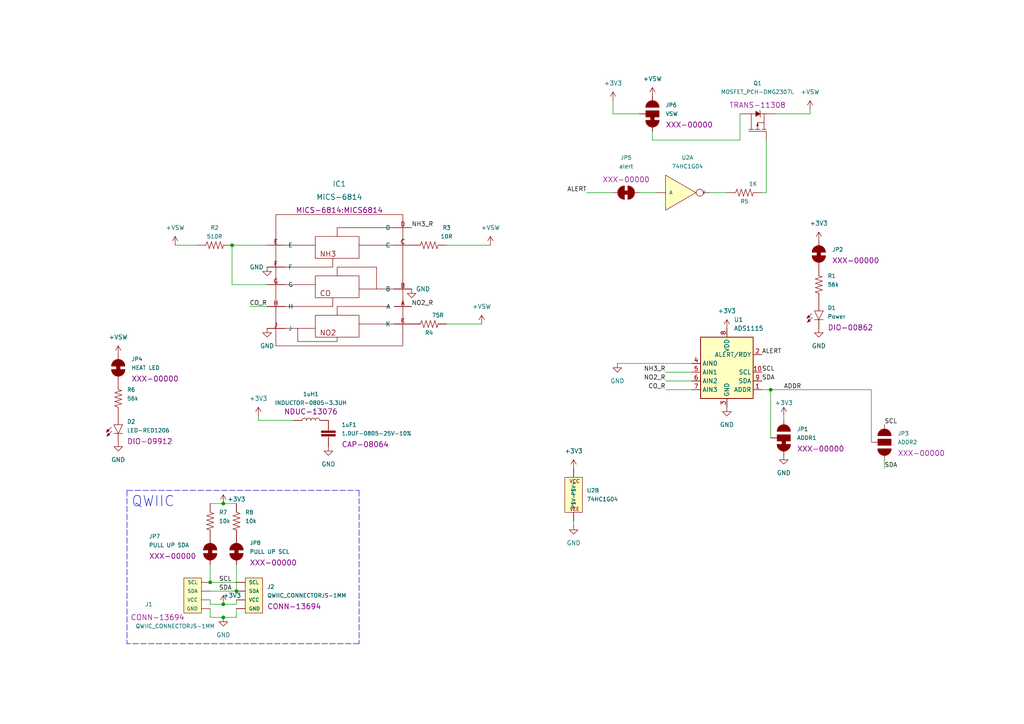
<source format=kicad_sch>
(kicad_sch (version 20211123) (generator eeschema)
  (paper "A4")
  (lib_symbols
    (symbol "Analog_ADC:ADS1115IDGS"
      (property "Reference" "U" (at 2.54 13.97 0))
      (property "Value" "ADS1115IDGS" (at 7.62 11.43 0))
      (symbol "ADS1115IDGS_0_1"
        (rectangle (start -7.62 10.16) (end 7.62 -7.62) (stroke (width 0.254)) (fill (type background)))
      )
      (symbol "ADS1115IDGS_1_1"
        (pin input line (at 10.16 -5.08 180) (length 2.54) (name "ADDR") (number "1"))
        (pin input line (at 10.16 0 180) (length 2.54) (name "SCL") (number "10"))
        (pin output line (at 10.16 5.08 180) (length 2.54) (name "ALERT/RDY") (number "2"))
        (pin power_in line (at 0 -10.16 90) (length 2.54) (name "GND") (number "3"))
        (pin input line (at -10.16 2.54 0) (length 2.54) (name "AIN0") (number "4"))
        (pin input line (at -10.16 0 0) (length 2.54) (name "AIN1") (number "5"))
        (pin input line (at -10.16 -2.54 0) (length 2.54) (name "AIN2") (number "6"))
        (pin input line (at -10.16 -5.08 0) (length 2.54) (name "AIN3") (number "7"))
        (pin power_in line (at 0 12.7 270) (length 2.54) (name "VDD") (number "8"))
        (pin bidirectional line (at 10.16 -2.54 180) (length 2.54) (name "SDA") (number "9"))
      )
    )
    (symbol "SparkFun-Capacitors:1.0UF-0805-25V-10%" (pin_numbers hide) (pin_names (offset 1.016) hide)
      (property "Reference" "C" (at 1.524 2.921 0))
      (property "Value" "1.0UF-0805-25V-10%" (at 1.524 -2.159 0))
      (property "Field4" "CAP-08064" (at 0 7.62 0))
      (symbol "1.0UF-0805-25V-10%_1_0"
        (polyline (pts (xy 0 0) (xy 0 0.508)))
        (polyline (pts (xy 0 2.54) (xy 0 2.032)))
      )
      (symbol "1.0UF-0805-25V-10%_1_1"
        (rectangle (start -2.032 0.508) (end 2.032 1.016) (fill (type outline)))
        (rectangle (start -2.032 1.524) (end 2.032 2.032) (fill (type outline)))
        (pin passive line (at 0 5.08 270) (length 2.54) (name "1") (number "1"))
        (pin passive line (at 0 -2.54 90) (length 2.54) (name "2") (number "2"))
      )
    )
    (symbol "SparkFun-Coils:INDUCTOR-0805-3.3UH" (pin_numbers hide) (pin_names (offset 1.016) hide)
      (property "Reference" "L" (at 1.27 3.81 0))
      (property "Value" "INDUCTOR-0805-3.3UH" (at 1.27 -5.08 0))
      (property "Field4" "NDUC-13076" (at 0 7.62 0))
      (symbol "INDUCTOR-0805-3.3UH_1_1"
        (arc (start 0 -2.54) (mid 0.635 -1.905) (end 0 -1.27))
        (arc (start 0 -1.27) (mid 0.635 -0.635) (end 0 0))
        (arc (start 0 0) (mid 0.635 0.635) (end 0 1.27))
        (arc (start 0 1.27) (mid 0.635 1.905) (end 0 2.54))
        (pin passive line (at 0 5.08 270) (length 2.54) (name "1") (number "1"))
        (pin passive line (at 0 -5.08 90) (length 2.54) (name "2") (number "2"))
      )
    )
    (symbol "SparkFun-Connectors:QWIIC_CONNECTORJS-1MM" (pin_numbers hide) (pin_names (offset 1.016))
      (property "Reference" "J" (at -5.08 10.16 0))
      (property "Value" "QWIIC_CONNECTORJS-1MM" (at -5.08 -3.81 0))
      (property "Field4" "CONN-13694" (at 0 13.97 0))
      (symbol "QWIIC_CONNECTORJS-1MM_1_0"
        (rectangle (start 0 -1.27) (end -5.08 8.89) (fill (type background)))
      )
      (symbol "QWIIC_CONNECTORJS-1MM_1_1"
        (pin power_in line (at 2.54 0 180) (length 2.54) (name "GND") (number "1"))
        (pin power_in line (at 2.54 2.54 180) (length 2.54) (name "VCC") (number "2"))
        (pin passive line (at 2.54 5.08 180) (length 2.54) (name "SDA") (number "3"))
        (pin passive line (at 2.54 7.62 180) (length 2.54) (name "SCL") (number "4"))
      )
    )
    (symbol "SparkFun-DiscreteSemi:MOSFET_PCH-DMG2307L" (pin_numbers hide) (pin_names (offset 1.016) hide)
      (property "Reference" "Q" (at 3.81 3.81 0))
      (property "Value" "MOSFET_PCH-DMG2307L" (at 3.81 -5.08 0))
      (property "Field4" "TRANS-11308" (at 0 7.62 0))
      (symbol "MOSFET_PCH-DMG2307L_1_0"
        (polyline (pts (xy -2.54 -2.54) (xy -2.54 2.54)))
        (polyline (pts (xy -1.9812 -1.905) (xy -1.9812 -2.54)))
        (polyline (pts (xy -1.9812 -1.905) (xy 0 -1.905)))
        (polyline (pts (xy -1.9812 -1.2954) (xy -1.9812 -1.905)))
        (polyline (pts (xy -1.9812 0) (xy -1.9812 -0.8382)))
        (polyline (pts (xy -1.9812 0.6858) (xy -1.9812 0)))
        (polyline (pts (xy -1.9812 1.8034) (xy -1.9812 1.0922)))
        (polyline (pts (xy -1.9812 1.8034) (xy 2.54 1.8034)))
        (polyline (pts (xy -1.9812 2.54) (xy -1.9812 1.8034)))
        (polyline (pts (xy 0 -1.905) (xy 0 0)))
        (polyline (pts (xy 0 0) (xy -1.9812 0)))
        (polyline (pts (xy 1.778 -0.762) (xy 1.6002 -0.9398)))
        (polyline (pts (xy 1.778 -0.762) (xy 3.302 -0.762)))
        (polyline (pts (xy 2.54 -2.54) (xy 2.54 -1.905)))
        (polyline (pts (xy 2.54 -1.905) (xy 0 -1.905)))
        (polyline (pts (xy 2.54 -1.905) (xy 2.54 -0.7874)))
        (polyline (pts (xy 2.54 1.8034) (xy 2.54 0.5842)))
        (polyline (pts (xy 2.54 2.54) (xy 2.54 1.8034)))
        (polyline (pts (xy 3.4798 -0.5842) (xy 3.302 -0.762)))
      )
      (symbol "MOSFET_PCH-DMG2307L_1_1"
        (polyline (pts (xy -0.1778 0) (xy -0.9398 -0.254) (xy -0.9398 -0.254) (xy -0.9398 0.254) (xy -0.9398 0.254) (xy -0.1778 0)) (fill (type outline)))
        (polyline (pts (xy 3.302 0.508) (xy 2.54 -0.762) (xy 2.54 -0.762) (xy 1.778 0.508) (xy 1.778 0.508) (xy 3.302 0.508)) (fill (type outline)))
        (pin bidirectional line (at -5.08 -2.54 0) (length 2.54) (name "G") (number "1"))
        (pin bidirectional line (at 2.54 -5.08 90) (length 2.54) (name "S") (number "2"))
        (pin bidirectional line (at 2.54 5.08 270) (length 2.54) (name "D") (number "3"))
      )
    )
    (symbol "SparkFun-IC-Logic:74HC1G04" (pin_numbers hide) (pin_names (offset 1.016))
      (property "Reference" "U" (at 1.27 6.35 0))
      (property "Value" "74HC1G04" (at 1.27 -7.62 0))
      (symbol "74HC1G04_1_0"
        (polyline (pts (xy 10.16 0) (xy 8.382 0)))
      )
      (symbol "74HC1G04_1_1"
        (polyline (pts (xy -2.54 5.08) (xy 6.2484 0) (xy -2.54 -5.08) (xy -2.54 5.08)) (fill (type background)))
        (circle (center 7.366 0) (radius 1.016))
        (pin bidirectional line (at -5.08 0 0) (length 2.54) (name "A") (number "2"))
        (pin bidirectional line (at 10.16 0 180) (length 0) (name "Y") (number "4"))
      )
      (symbol "74HC1G04_2_0"
        (text "VCC" (at 0.3048 3.937 0) (effects (font (size 1.016 1.016))))
        (text "VEE" (at 0.3048 -4.191 0) (effects (font (size 1.016 1.016))))
      )
      (symbol "74HC1G04_2_1"
        (polyline (pts (xy -2.54 5.08) (xy 2.54 5.08) (xy 2.54 -5.08) (xy -2.54 -5.08) (xy -2.54 5.08)) (fill (type background)))
        (pin bidirectional line (at 0 -7.62 90) (length 2.54) (name "P$V-") (number "3"))
        (pin bidirectional line (at 0 7.62 270) (length 2.54) (name "P$V+") (number "5"))
      )
    )
    (symbol "SparkFun-Jumpers:JUMPER-SMT_2_NC" (pin_numbers hide) (pin_names (offset 1.016) hide)
      (property "Reference" "JP" (at -2.54 2.54 0))
      (property "Value" "JUMPER-SMT_2_NC" (at -2.54 -3.81 0))
      (property "PROD_ID" "XXX-00000" (at 0 6.35 0))
      (symbol "JUMPER-SMT_2_NC_0_1"
        (rectangle (start -0.508 0.508) (end 0.508 -0.508) (stroke (width 0.2032)) (fill (type outline)))
        (arc (start -0.508 1.905) (mid -2.413 0) (end -0.508 -1.905) (stroke (width 0.2032)))
        (arc (start -0.508 1.905) (mid -2.413 0) (end -0.508 -1.905) (stroke (width 0.2032)) (fill (type outline)))
        (polyline (pts (xy -0.508 1.905) (xy -0.508 -1.905)) (stroke (width 0.2032)))
        (polyline (pts (xy 0.508 1.905) (xy 0.508 -1.905)) (stroke (width 0.2032)))
        (arc (start 0.508 -1.905) (mid 2.413 0) (end 0.508 1.905) (fill (type outline)))
        (arc (start 0.508 -1.905) (mid 2.413 0) (end 0.508 1.905) (stroke (width 0.2032)))
      )
      (symbol "JUMPER-SMT_2_NC_1_1"
        (pin passive line (at -3.81 0 0) (length 2.54) (name "1") (number "1"))
        (pin passive line (at 3.81 0 180) (length 2.54) (name "2") (number "2"))
      )
    )
    (symbol "SparkFun-Jumpers:JUMPER-SMT_3_1-NC" (pin_numbers hide) (pin_names (offset 1.016) hide)
      (property "Reference" "JP" (at 2.54 1.27 0))
      (property "Value" "JUMPER-SMT_3_1-NC" (at 2.54 -2.54 0))
      (property "PROD_ID" "XXX-00000" (at 0 7.62 0))
      (symbol "JUMPER-SMT_3_1-NC_0_1"
        (arc (start -1.905 -1.905) (mid 0 -3.81) (end 1.905 -1.905) (stroke (width 0.2032)))
        (arc (start -1.905 -1.905) (mid 0 -3.81) (end 1.905 -1.905) (stroke (width 0.2032)) (fill (type outline)))
        (rectangle (start -0.508 -1.905) (end 0.508 -0.889) (stroke (width 0.2032)) (fill (type outline)))
        (polyline (pts (xy -1.905 -1.905) (xy 1.905 -1.905)) (stroke (width 0.2032)))
        (polyline (pts (xy 1.905 1.905) (xy -1.905 1.905)) (stroke (width 0.2032)))
        (rectangle (start 1.905 -0.889) (end -1.905 0.889) (stroke (width 0.2032)) (fill (type outline)))
        (arc (start 1.905 1.905) (mid 0 3.81) (end -1.905 1.905) (fill (type outline)))
        (arc (start 1.905 1.905) (mid 0 3.81) (end -1.905 1.905) (stroke (width 0.2032)))
      )
      (symbol "JUMPER-SMT_3_1-NC_1_1"
        (pin passive line (at 0 5.08 270) (length 2.54) (name "1") (number "1"))
        (pin passive line (at -3.81 0 0) (length 2.54) (name "2") (number "2"))
        (pin passive line (at 0 -5.08 90) (length 2.54) (name "3") (number "3"))
      )
    )
    (symbol "SparkFun-Jumpers:JUMPER-SMT_3_NO" (pin_numbers hide) (pin_names (offset 1.016) hide)
      (property "Reference" "JP" (at 2.54 1.27 0))
      (property "Value" "JUMPER-SMT_3_NO" (at 2.54 -2.54 0))
      (property "PROD_ID" "XXX-00000" (at 0 7.62 0))
      (symbol "JUMPER-SMT_3_NO_0_1"
        (arc (start -1.905 -1.905) (mid 0 -3.81) (end 1.905 -1.905) (stroke (width 0.2032)))
        (arc (start -1.905 -1.905) (mid 0 -3.81) (end 1.905 -1.905) (stroke (width 0.2032)) (fill (type outline)))
        (polyline (pts (xy -1.905 -1.905) (xy 1.905 -1.905)) (stroke (width 0.2032)))
        (polyline (pts (xy 1.905 1.905) (xy -1.905 1.905)) (stroke (width 0.2032)))
        (rectangle (start 1.905 -0.889) (end -1.905 0.889) (stroke (width 0.2032)) (fill (type outline)))
        (arc (start 1.905 1.905) (mid 0 3.81) (end -1.905 1.905) (fill (type outline)))
        (arc (start 1.905 1.905) (mid 0 3.81) (end -1.905 1.905) (stroke (width 0.2032)))
      )
      (symbol "JUMPER-SMT_3_NO_1_1"
        (pin passive line (at 0 5.08 270) (length 2.54) (name "1") (number "1"))
        (pin passive line (at -3.81 0 0) (length 2.54) (name "2") (number "2"))
        (pin passive line (at 0 -5.08 90) (length 2.54) (name "3") (number "3"))
      )
    )
    (symbol "SparkFun-LED:LED-GREEN1206" (pin_numbers hide) (pin_names (offset 1.016) hide)
      (property "Reference" "D" (at -1.27 -6.35 90))
      (property "Value" "LED-GREEN1206" (at 3.81 -6.35 90))
      (property "Field4" "DIO-00862" (at -6.35 0 90))
      (symbol "LED-GREEN1206_1_0"
        (polyline (pts (xy -2.032 -0.762) (xy -3.429 -2.159)))
        (polyline (pts (xy -1.905 -1.905) (xy -3.302 -3.302)))
        (polyline (pts (xy 0 -2.54) (xy -1.27 -2.54)))
        (polyline (pts (xy 0 -2.54) (xy -1.27 0)))
        (polyline (pts (xy 1.27 -2.54) (xy 0 -2.54)))
        (polyline (pts (xy 1.27 0) (xy -1.27 0)))
        (polyline (pts (xy 1.27 0) (xy 0 -2.54)))
      )
      (symbol "LED-GREEN1206_1_1"
        (polyline (pts (xy -3.429 -2.159) (xy -3.048 -1.27) (xy -3.048 -1.27) (xy -2.54 -1.778) (xy -2.54 -1.778) (xy -3.429 -2.159)) (fill (type outline)))
        (polyline (pts (xy -3.302 -3.302) (xy -2.921 -2.413) (xy -2.921 -2.413) (xy -2.413 -2.921) (xy -2.413 -2.921) (xy -3.302 -3.302)) (fill (type outline)))
        (pin passive line (at 0 2.54 270) (length 2.54) (name "A") (number "A"))
        (pin passive line (at 0 -5.08 90) (length 2.54) (name "C") (number "C"))
      )
    )
    (symbol "SparkFun-LED:LED-RED1206" (pin_numbers hide) (pin_names (offset 1.016) hide)
      (property "Reference" "D" (at -1.27 -6.35 90))
      (property "Value" "LED-RED1206" (at 3.81 -6.35 90))
      (property "Field4" "DIO-09912" (at -6.35 0 90))
      (symbol "LED-RED1206_1_0"
        (polyline (pts (xy -2.032 -0.762) (xy -3.429 -2.159)))
        (polyline (pts (xy -1.905 -1.905) (xy -3.302 -3.302)))
        (polyline (pts (xy 0 -2.54) (xy -1.27 -2.54)))
        (polyline (pts (xy 0 -2.54) (xy -1.27 0)))
        (polyline (pts (xy 1.27 -2.54) (xy 0 -2.54)))
        (polyline (pts (xy 1.27 0) (xy -1.27 0)))
        (polyline (pts (xy 1.27 0) (xy 0 -2.54)))
      )
      (symbol "LED-RED1206_1_1"
        (polyline (pts (xy -3.429 -2.159) (xy -3.048 -1.27) (xy -3.048 -1.27) (xy -2.54 -1.778) (xy -2.54 -1.778) (xy -3.429 -2.159)) (fill (type outline)))
        (polyline (pts (xy -3.302 -3.302) (xy -2.921 -2.413) (xy -2.921 -2.413) (xy -2.413 -2.921) (xy -2.413 -2.921) (xy -3.302 -3.302)) (fill (type outline)))
        (pin passive line (at 0 2.54 270) (length 2.54) (name "A") (number "A"))
        (pin passive line (at 0 -5.08 90) (length 2.54) (name "C") (number "C"))
      )
    )
    (symbol "SparkFun-Resistors:RESISTOR1206" (pin_numbers hide) (pin_names (offset 1.016) hide)
      (property "Reference" "R" (at -5.08 1.27 0))
      (property "Value" "RESISTOR1206" (at -5.08 -3.81 0))
      (property "Field4" " " (at 0 5.08 0))
      (symbol "RESISTOR1206_1_0"
        (polyline (pts (xy -2.54 0) (xy -2.159 1.016)))
        (polyline (pts (xy -2.159 1.016) (xy -1.524 -1.016)))
        (polyline (pts (xy -1.524 -1.016) (xy -0.889 1.016)))
        (polyline (pts (xy -0.889 1.016) (xy -0.254 -1.016)))
        (polyline (pts (xy -0.254 -1.016) (xy 0.381 1.016)))
        (polyline (pts (xy 0.381 1.016) (xy 1.016 -1.016)))
        (polyline (pts (xy 1.016 -1.016) (xy 1.651 1.016)))
        (polyline (pts (xy 1.651 1.016) (xy 2.286 -1.016)))
        (polyline (pts (xy 2.286 -1.016) (xy 2.54 0)))
      )
      (symbol "RESISTOR1206_1_1"
        (pin passive line (at -5.08 0 0) (length 2.54) (name "1") (number "1"))
        (pin passive line (at 5.08 0 180) (length 2.54) (name "2") (number "2"))
      )
    )
    (symbol "mics-6814:MiCS-6814" (pin_names (offset 1.016))
      (property "Reference" "IC1" (at 20.955 48.26 0))
      (property "Value" "MiCS-6814" (at 20.955 44.45 0))
      (property "Footprint" "MICS-6814:MICS6814" (at 20.955 40.64 0))
      (symbol "MiCS-6814_0_0"
        (polyline (pts (xy 5.08 6.35) (xy 13.97 6.35)))
        (polyline (pts (xy 5.08 19.05) (xy 13.97 19.05)))
        (polyline (pts (xy 5.08 30.48) (xy 13.97 30.48)))
        (polyline (pts (xy 35.56 30.48) (xy 26.67 30.48)))
        (polyline (pts (xy 36.83 7.62) (xy 26.67 7.62)))
        (polyline (pts (xy 36.83 17.78) (xy 26.67 17.78)))
        (polyline (pts (xy 36.83 30.48) (xy 35.56 30.48)))
        (polyline (pts (xy 19.05 26.67) (xy 19.05 24.13) (xy 5.08 24.13)))
        (polyline (pts (xy 35.56 12.7) (xy 20.32 12.7) (xy 20.32 10.16)))
        (polyline (pts (xy 36.83 35.56) (xy 20.32 35.56) (xy 20.32 33.02)))
        (polyline (pts (xy 5.08 12.7) (xy 19.05 12.7) (xy 19.05 13.97) (xy 19.05 15.24)))
        (polyline (pts (xy 20.32 3.81) (xy 20.32 2.54) (xy 8.89 2.54) (xy 8.89 6.35)))
        (polyline (pts (xy 31.75 17.78) (xy 31.75 24.13) (xy 20.32 24.13) (xy 20.32 21.59)))
        (rectangle (start 26.67 3.81) (end 13.97 10.16))
        (rectangle (start 26.67 15.24) (end 13.97 21.59))
        (rectangle (start 26.67 26.67) (end 13.97 33.02))
        (rectangle (start 39.37 1.27) (end 2.54 39.37))
        (text "CO" (at 15.24 16.51 0) (effects (font (size 1.524 1.524)) (justify left)))
        (text "NH3" (at 15.24 27.94 0) (effects (font (size 1.524 1.524)) (justify left)))
        (text "NO2" (at 15.24 5.08 0) (effects (font (size 1.524 1.524)) (justify left)))
      )
      (symbol "MiCS-6814_1_1"
        (pin input line (at 41.91 12.7 180) (length 5.08) (name "A") (number "A"))
        (pin input line (at 41.91 17.78 180) (length 5.08) (name "B") (number "B"))
        (pin input line (at 41.91 30.48 180) (length 5.08) (name "C") (number "C"))
        (pin input line (at 41.91 35.56 180) (length 5.08) (name "D") (number "D"))
        (pin input line (at 0 30.48 0) (length 5.08) (name "E") (number "E"))
        (pin input line (at 0 24.13 0) (length 5.08) (name "F") (number "F"))
        (pin input line (at 0 19.05 0) (length 5.08) (name "G") (number "G"))
        (pin input line (at 0 12.7 0) (length 5.08) (name "H") (number "H"))
        (pin input line (at 0 6.35 0) (length 5.08) (name "J") (number "J"))
        (pin input line (at 41.91 7.62 180) (length 5.08) (name "K") (number "K"))
      )
    )
    (symbol "power:+3.3V" (power) (pin_names (offset 0))
      (property "Value" "+3.3V" (at 0 3.556 0))
      (symbol "+3.3V_0_1"
        (polyline (pts (xy -0.762 1.27) (xy 0 2.54)))
        (polyline (pts (xy 0 0) (xy 0 2.54)))
        (polyline (pts (xy 0 2.54) (xy 0.762 1.27)))
      )
      (symbol "+3.3V_1_1"
        (pin power_in line (at 0 0 90) (length 0) hide (name "+3V3") (number "1"))
      )
    )
    (symbol "power:+VSW" (power) (pin_names (offset 0))
      (property "Value" "+VSW" (at 0 3.556 0))
      (symbol "+VSW_0_1"
        (polyline (pts (xy -0.762 1.27) (xy 0 2.54)))
        (polyline (pts (xy 0 0) (xy 0 2.54)))
        (polyline (pts (xy 0 2.54) (xy 0.762 1.27)))
      )
      (symbol "+VSW_1_1"
        (pin power_in line (at 0 0 90) (length 0) hide (name "+VSW") (number "1"))
      )
    )
    (symbol "power:GND" (power) (pin_names (offset 0))
      (property "Value" "GND" (at 0 -3.81 0))
      (symbol "GND_0_1"
        (polyline (pts (xy 0 0) (xy 0 -1.27) (xy 1.27 -1.27) (xy 0 -2.54) (xy -1.27 -1.27) (xy 0 -1.27)))
      )
      (symbol "GND_1_1"
        (pin power_in line (at 0 0 270) (length 0) hide (name "GND") (number "1"))
      )
    )
  )
  (junction (at 64.77 179.07))
  (junction (at 67.31 71.12))
  (junction (at 223.52 113.03))
  (junction (at 60.96 168.91))
  (junction (at 68.58 171.45))
  (junction (at 64.77 146.05))
  (junction (at 64.77 175.26))
  (wire (pts (xy 205.74 55.88) (xy 210.82 55.88)))
  (wire (pts (xy 193.04 113.03) (xy 200.66 113.03)))
  (wire (pts (xy 222.25 55.88) (xy 222.25 40.64)))
  (wire (pts (xy 60.96 175.26) (xy 64.77 175.26)))
  (wire (pts (xy 223.52 113.03) (xy 252.73 113.03)))
  (wire (pts (xy 179.07 105.41) (xy 200.66 105.41)))
  (wire (pts (xy 189.23 38.1) (xy 189.23 40.64)))
  (wire (pts (xy 60.96 171.45) (xy 68.58 171.45)))
  (wire (pts (xy 60.96 179.07) (xy 64.77 179.07)))
  (wire (pts (xy 60.96 179.07) (xy 60.96 176.53)))
  (wire (pts (xy 74.93 121.92) (xy 85.09 121.92)))
  (wire (pts (xy 227.33 120.65) (xy 227.33 121.92)))
  (wire (pts (xy 77.47 82.55) (xy 67.31 82.55)))
  (wire (pts (xy 189.23 40.64) (xy 214.63 40.64)))
  (polyline (pts (xy 36.83 142.24) (xy 36.83 186.69)))
  (wire (pts (xy 177.8 33.02) (xy 177.8 29.21)))
  (wire (pts (xy 64.77 179.07) (xy 68.58 179.07)))
  (wire (pts (xy 177.8 33.02) (xy 185.42 33.02)))
  (wire (pts (xy 74.93 120.65) (xy 74.93 121.92)))
  (wire (pts (xy 60.96 168.91) (xy 68.58 168.91)))
  (wire (pts (xy 185.42 55.88) (xy 190.5 55.88)))
  (wire (pts (xy 166.37 151.13) (xy 166.37 152.4)))
  (wire (pts (xy 60.96 175.26) (xy 60.96 173.99)))
  (wire (pts (xy 193.04 110.49) (xy 200.66 110.49)))
  (wire (pts (xy 60.96 163.83) (xy 60.96 168.91)))
  (wire (pts (xy 68.58 175.26) (xy 68.58 173.99)))
  (wire (pts (xy 223.52 113.03) (xy 223.52 127)))
  (wire (pts (xy 234.95 33.02) (xy 234.95 31.75)))
  (wire (pts (xy 252.73 113.03) (xy 252.73 128.27)))
  (wire (pts (xy 67.31 82.55) (xy 67.31 71.12)))
  (wire (pts (xy 193.04 107.95) (xy 200.66 107.95)))
  (wire (pts (xy 64.77 175.26) (xy 68.58 175.26)))
  (polyline (pts (xy 36.83 142.24) (xy 104.14 142.24)))
  (wire (pts (xy 72.39 88.9) (xy 77.47 88.9)))
  (wire (pts (xy 170.18 55.88) (xy 177.8 55.88)))
  (wire (pts (xy 50.8 71.12) (xy 57.15 71.12)))
  (wire (pts (xy 224.79 33.02) (xy 234.95 33.02)))
  (wire (pts (xy 60.96 146.05) (xy 64.77 146.05)))
  (wire (pts (xy 220.98 55.88) (xy 222.25 55.88)))
  (wire (pts (xy 220.98 113.03) (xy 223.52 113.03)))
  (wire (pts (xy 67.31 71.12) (xy 77.47 71.12)))
  (wire (pts (xy 256.54 135.89) (xy 256.54 133.35)))
  (wire (pts (xy 68.58 179.07) (xy 68.58 176.53)))
  (wire (pts (xy 64.77 146.05) (xy 68.58 146.05)))
  (wire (pts (xy 214.63 40.64) (xy 214.63 33.02)))
  (polyline (pts (xy 104.14 142.24) (xy 104.14 186.69)))
  (wire (pts (xy 129.54 71.12) (xy 142.24 71.12)))
  (wire (pts (xy 129.54 93.98) (xy 139.7 93.98)))
  (wire (pts (xy 68.58 163.83) (xy 68.58 171.45)))
  (polyline (pts (xy 104.14 186.69) (xy 36.83 186.69)))
  (text "QWIIC\n" (at 38.1 147.32 0) (effects (font (size 3 3)) (justify left bottom)))
  (label "SCL" (at 63.5 168.91 0))
  (label "NO2_R" (at 119.38 88.9 0))
  (label "CO_R" (at 72.39 88.9 0))
  (label "SDA" (at 220.98 110.49 0))
  (label "CO_R" (at 193.04 113.03 180))
  (label "NH3_R" (at 193.04 107.95 180))
  (label "NH3_R" (at 119.38 66.04 0))
  (label "SDA" (at 63.5 171.45 0))
  (label "SDA" (at 256.54 135.89 0))
  (label "ALERT" (at 170.18 55.88 180))
  (label "ADDR" (at 227.33 113.03 0))
  (label "SCL" (at 256.54 123.19 0))
  (label "SCL" (at 220.98 107.95 0))
  (label "ALERT" (at 220.98 102.87 0))
  (label "NO2_R" (at 193.04 110.49 180))
  (symbol (lib_id "power:GND") (at 227.33 132.08 0) (unit 1)
    (property "Reference" "#PWR0101" (effects hide))
    (property "Value" "GND" (at 227.33 137.16 0))
  )
  (symbol (lib_id "SparkFun-Connectors:QWIIC_CONNECTORJS-1MM") (at 58.42 176.53 0) (unit 1)
    (property "Reference" "J1" (at 43.18 175.26 0) (effects (font (size 1.143 1.143))))
    (property "Value" "QWIIC_CONNECTORJS-1MM" (at 50.8 181.61 0) (effects (font (size 1.143 1.143))))
    (property "Footprint" "Sparkfun-Connectors:1X04_1MM_RA" (effects hide))
    (property "Field4" "CONN-13694" (at 45.72 179.07 0) (effects (font (size 1.524 1.524))))
  )
  (symbol (lib_id "SparkFun-Connectors:QWIIC_CONNECTORJS-1MM") (at 71.12 176.53 0) (mirror y) (unit 1)
    (property "Reference" "J2" (at 77.47 170.18 0) (effects (font (size 1.143 1.143)) (justify right)))
    (property "Value" "QWIIC_CONNECTORJS-1MM" (at 77.47 172.72 0) (effects (font (size 1.143 1.143)) (justify right)))
    (property "Footprint" "Sparkfun-Connectors:1X04_1MM_RA" (effects hide))
    (property "Field4" "CONN-13694" (at 77.47 175.895 0) (effects (font (size 1.524 1.524)) (justify right)))
  )
  (symbol (lib_id "Analog_ADC:ADS1115IDGS") (at 210.82 107.95 0) (unit 1)
    (property "Reference" "U1" (at 212.8394 92.71 0) (effects (justify left)))
    (property "Value" "ADS1115" (at 212.8394 95.25 0) (effects (justify left)))
    (property "Footprint" "Package_SO:TSSOP-10_3x3mm_P0.5mm" (effects hide))
    (property "Datasheet" "http://www.ti.com/lit/ds/symlink/ads1113.pdf" (effects hide))
  )
  (symbol (lib_id "power:GND") (at 34.29 128.27 0) (unit 1)
    (property "Reference" "#PWR0118" (effects hide))
    (property "Value" "GND" (at 34.29 133.35 0))
  )
  (symbol (lib_id "SparkFun-Jumpers:JUMPER-SMT_2_NC") (at 34.29 106.68 90) (unit 1)
    (property "Reference" "JP4" (at 38.1 104.14 90) (effects (font (size 1.143 1.143)) (justify right)))
    (property "Value" "HEAT LED" (at 38.1 106.68 90) (effects (font (size 1.143 1.143)) (justify right)))
    (property "Footprint" "Sparkfun-Jumpers:SMT-JUMPER_2_NC_TRACE_SILK" (effects hide))
    (property "PROD_ID" "XXX-00000" (at 38.1 109.855 90) (effects (font (size 1.524 1.524)) (justify right)))
  )
  (symbol (lib_id "SparkFun-LED:LED-GREEN1206") (at 237.49 90.17 0) (unit 1)
    (property "Reference" "D1" (at 240.03 89.281 0) (effects (font (size 1.143 1.143)) (justify left)))
    (property "Value" "Power" (at 240.03 91.821 0) (effects (font (size 1.143 1.143)) (justify left)))
    (property "Footprint" "Sparkfun-LED:LED-0603" (effects hide))
    (property "Field4" "DIO-00862" (at 240.03 94.996 0) (effects (font (size 1.524 1.524)) (justify left)))
  )
  (symbol (lib_id "power:GND") (at 237.49 95.25 0) (unit 1)
    (property "Reference" "#PWR0109" (effects hide))
    (property "Value" "GND" (at 237.49 100.33 0))
  )
  (symbol (lib_id "SparkFun-IC-Logic:74HC1G04") (at 195.58 55.88 0) (unit 1)
    (property "Reference" "U2" (at 199.39 45.72 0) (effects (font (size 1.143 1.143))))
    (property "Value" "74HC1G04" (at 199.39 48.26 0) (effects (font (size 1.143 1.143))))
    (property "Footprint" "Sparkfun-Silicon-Standard:SOT353" (effects hide))
  )
  (symbol (lib_id "power:+3.3V") (at 237.49 69.85 0) (unit 1)
    (property "Reference" "#PWR0108" (effects hide))
    (property "Value" "+3.3V" (at 237.49 64.77 0))
  )
  (symbol (lib_id "SparkFun-IC-Logic:74HC1G04") (at 166.37 143.51 0) (unit 2)
    (property "Reference" "U2" (at 170.18 142.2521 0) (effects (font (size 1.143 1.143)) (justify left)))
    (property "Value" "74HC1G04" (at 170.18 144.7921 0) (effects (font (size 1.143 1.143)) (justify left)))
    (property "Footprint" "Sparkfun-Silicon-Standard:SOT353" (effects hide))
  )
  (symbol (lib_id "power:+VSW") (at 50.8 71.12 0) (unit 1)
    (property "Reference" "#PWR0107" (effects hide))
    (property "Value" "+VSW" (at 50.8 66.04 0))
  )
  (symbol (lib_id "mics-6814:MiCS-6814") (at 77.47 101.6 0) (unit 1)
    (property "Reference" "IC1" (at 98.425 53.34 0) (effects (font (size 1.524 1.524))))
    (property "Value" "MiCS-6814" (at 98.425 57.15 0) (effects (font (size 1.524 1.524))))
    (property "Footprint" "MICS-6814:MICS6814" (at 98.425 60.96 0) (effects (font (size 1.524 1.524))))
  )
  (symbol (lib_id "SparkFun-LED:LED-RED1206") (at 34.29 123.19 0) (unit 1)
    (property "Reference" "D2" (at 36.83 122.301 0) (effects (font (size 1.143 1.143)) (justify left)))
    (property "Value" "LED-RED1206" (at 36.83 124.841 0) (effects (font (size 1.143 1.143)) (justify left)))
    (property "Footprint" "Sparkfun-LED:LED-0603" (effects hide))
    (property "Field4" "DIO-09912" (at 36.83 128.016 0) (effects (font (size 1.524 1.524)) (justify left)))
  )
  (symbol (lib_id "power:+VSW") (at 234.95 31.75 0) (unit 1)
    (property "Reference" "#PWR0119" (effects hide))
    (property "Value" "+VSW" (at 234.95 26.67 0))
  )
  (symbol (lib_id "power:+3.3V") (at 210.82 95.25 0) (unit 1)
    (property "Reference" "#PWR0110" (effects hide))
    (property "Value" "+3.3V" (at 210.82 90.17 0))
  )
  (symbol (lib_id "power:GND") (at 77.47 77.47 0) (unit 1)
    (property "Reference" "#PWR0106" (effects hide))
    (property "Value" "GND" (at 72.39 77.47 0) (effects (justify left)))
  )
  (symbol (lib_id "SparkFun-Resistors:RESISTOR1206") (at 215.9 55.88 0) (unit 1)
    (property "Reference" "R5" (at 215.9 58.42 0) (effects (font (size 1.143 1.143))))
    (property "Value" "1K" (at 218.44 53.34 0) (effects (font (size 1.143 1.143))))
    (property "Footprint" "Sparkfun-Resistors:0805" (effects hide))
    (property "Field4" " " (at 215.9 53.34 0) (effects (font (size 1.524 1.524))))
  )
  (symbol (lib_id "SparkFun-Coils:INDUCTOR-0805-3.3UH") (at 90.17 121.92 90) (unit 1)
    (property "Reference" "1uH1" (at 90.17 114.3 90) (effects (font (size 1.143 1.143))))
    (property "Value" "INDUCTOR-0805-3.3UH" (at 90.17 116.84 90) (effects (font (size 1.143 1.143))))
    (property "Footprint" "0805" (effects hide))
    (property "Field4" "NDUC-13076" (at 90.17 119.38 90) (effects (font (size 1.524 1.524))))
  )
  (symbol (lib_id "SparkFun-Resistors:RESISTOR1206") (at 60.96 151.13 270) (unit 1)
    (property "Reference" "R7" (at 63.5 148.59 90) (effects (font (size 1.143 1.143)) (justify left)))
    (property "Value" "10k" (at 63.5 151.13 90) (effects (font (size 1.143 1.143)) (justify left)))
    (property "Footprint" "Sparkfun-Resistors:0805" (effects hide))
    (property "Field4" " " (at 63.5 154.305 90) (effects (font (size 1.524 1.524)) (justify left)))
  )
  (symbol (lib_id "power:GND") (at 77.47 95.25 0) (unit 1)
    (property "Reference" "#PWR0111" (effects hide))
    (property "Value" "GND" (at 77.47 100.33 0))
  )
  (symbol (lib_id "power:GND") (at 210.82 118.11 0) (unit 1)
    (property "Reference" "#PWR0103" (effects hide))
    (property "Value" "GND" (at 210.82 123.19 0))
  )
  (symbol (lib_id "power:+VSW") (at 142.24 71.12 0) (unit 1)
    (property "Reference" "#PWR0114" (effects hide))
    (property "Value" "+VSW" (at 142.24 66.04 0))
  )
  (symbol (lib_id "SparkFun-Resistors:RESISTOR1206") (at 34.29 115.57 90) (unit 1)
    (property "Reference" "R6" (at 36.83 113.03 90) (effects (font (size 1.143 1.143)) (justify right)))
    (property "Value" "56k" (at 36.83 115.57 90) (effects (font (size 1.143 1.143)) (justify right)))
    (property "Footprint" "Sparkfun-Resistors:0805" (effects hide))
    (property "Field4" " " (at 36.83 118.745 90) (effects (font (size 1.524 1.524)) (justify right)))
  )
  (symbol (lib_id "power:GND") (at 166.37 152.4 0) (unit 1)
    (property "Reference" "#PWR0116" (effects hide))
    (property "Value" "GND" (at 166.37 157.48 0))
  )
  (symbol (lib_id "SparkFun-Jumpers:JUMPER-SMT_3_1-NC") (at 189.23 33.02 0) (unit 1)
    (property "Reference" "JP6" (at 193.04 30.48 0) (effects (font (size 1.143 1.143)) (justify left)))
    (property "Value" "VSW" (at 193.04 33.02 0) (effects (font (size 1.143 1.143)) (justify left)))
    (property "Footprint" "Sparkfun-Jumpers:SMT-JUMPER_3_1-NC_TRACE_SILK" (effects hide))
    (property "PROD_ID" "XXX-00000" (at 193.04 36.195 0) (effects (font (size 1.524 1.524)) (justify left)))
  )
  (symbol (lib_id "power:+VSW") (at 189.23 27.94 0) (unit 1)
    (property "Reference" "#PWR0122" (effects hide))
    (property "Value" "+VSW" (at 189.23 22.86 0))
  )
  (symbol (lib_id "power:+3.3V") (at 64.77 175.26 0) (unit 1)
    (property "Reference" "#PWR0104" (effects hide))
    (property "Value" "+3.3V" (at 67.31 172.72 0))
  )
  (symbol (lib_id "SparkFun-Jumpers:JUMPER-SMT_3_1-NC") (at 227.33 127 0) (unit 1)
    (property "Reference" "JP1" (at 231.14 124.46 0) (effects (font (size 1.143 1.143)) (justify left)))
    (property "Value" "ADDR1" (at 231.14 127 0) (effects (font (size 1.143 1.143)) (justify left)))
    (property "Footprint" "Sparkfun-Jumpers:SMT-JUMPER_3_1-NC_TRACE_SILK" (effects hide))
    (property "PROD_ID" "XXX-00000" (at 231.14 130.175 0) (effects (font (size 1.524 1.524)) (justify left)))
  )
  (symbol (lib_id "SparkFun-Resistors:RESISTOR1206") (at 124.46 71.12 0) (unit 1)
    (property "Reference" "R3" (at 129.54 66.04 0) (effects (font (size 1.143 1.143))))
    (property "Value" "10R" (at 129.54 68.58 0) (effects (font (size 1.143 1.143))))
    (property "Footprint" "Sparkfun-Resistors:0805" (effects hide))
    (property "Field4" " " (at 124.46 68.58 0) (effects (font (size 1.524 1.524))))
  )
  (symbol (lib_id "power:+3.3V") (at 74.93 120.65 0) (unit 1)
    (property "Reference" "#PWR0123" (effects hide))
    (property "Value" "+3.3V" (at 74.93 115.57 0))
  )
  (symbol (lib_id "power:GND") (at 64.77 179.07 0) (unit 1)
    (property "Reference" "#PWR0105" (effects hide))
    (property "Value" "GND" (at 64.77 184.15 0))
  )
  (symbol (lib_id "SparkFun-Jumpers:JUMPER-SMT_2_NC") (at 181.61 55.88 180) (unit 1)
    (property "Reference" "JP5" (at 181.61 45.72 0) (effects (font (size 1.143 1.143))))
    (property "Value" "alert" (at 181.61 48.26 0) (effects (font (size 1.143 1.143))))
    (property "Footprint" "Sparkfun-Jumpers:SMT-JUMPER_2_NC_TRACE_SILK" (effects hide))
    (property "PROD_ID" "XXX-00000" (at 181.61 52.07 0) (effects (font (size 1.524 1.524))))
  )
  (symbol (lib_id "SparkFun-Jumpers:JUMPER-SMT_2_NC") (at 60.96 160.02 270) (unit 1)
    (property "Reference" "JP7" (at 43.18 155.575 90) (effects (font (size 1.143 1.143)) (justify left)))
    (property "Value" "PULL UP SDA" (at 43.18 158.115 90) (effects (font (size 1.143 1.143)) (justify left)))
    (property "Footprint" "Sparkfun-Jumpers:SMT-JUMPER_2_NC_TRACE_SILK" (effects hide))
    (property "PROD_ID" "XXX-00000" (at 43.18 161.29 90) (effects (font (size 1.524 1.524)) (justify left)))
  )
  (symbol (lib_id "SparkFun-Jumpers:JUMPER-SMT_2_NC") (at 68.58 160.02 270) (unit 1)
    (property "Reference" "JP8" (at 72.39 157.48 90) (effects (font (size 1.143 1.143)) (justify left)))
    (property "Value" "PULL UP SCL" (at 72.39 160.02 90) (effects (font (size 1.143 1.143)) (justify left)))
    (property "Footprint" "Sparkfun-Jumpers:SMT-JUMPER_2_NC_TRACE_SILK" (effects hide))
    (property "PROD_ID" "XXX-00000" (at 72.39 163.195 90) (effects (font (size 1.524 1.524)) (justify left)))
  )
  (symbol (lib_id "power:GND") (at 119.38 83.82 0) (unit 1)
    (property "Reference" "#PWR0112" (effects hide))
    (property "Value" "GND" (at 120.65 83.82 0) (effects (justify left)))
  )
  (symbol (lib_id "power:+3.3V") (at 64.77 146.05 0) (unit 1)
    (property "Reference" "#PWR0125" (effects hide))
    (property "Value" "+3.3V" (at 68.58 144.78 0))
  )
  (symbol (lib_id "power:+3.3V") (at 166.37 135.89 0) (unit 1)
    (property "Reference" "#PWR0115" (effects hide))
    (property "Value" "+3.3V" (at 166.37 130.81 0))
  )
  (symbol (lib_id "SparkFun-Resistors:RESISTOR1206") (at 124.46 93.98 0) (unit 1)
    (property "Reference" "R4" (at 124.46 96.52 0) (effects (font (size 1.143 1.143))))
    (property "Value" "75R" (at 127 91.44 0) (effects (font (size 1.143 1.143))))
    (property "Footprint" "Sparkfun-Resistors:0805" (effects hide))
    (property "Field4" " " (at 124.46 91.44 0) (effects (font (size 1.524 1.524))))
  )
  (symbol (lib_id "power:+VSW") (at 34.29 102.87 0) (unit 1)
    (property "Reference" "#PWR0117" (effects hide))
    (property "Value" "+VSW" (at 34.29 97.79 0))
  )
  (symbol (lib_id "power:GND") (at 95.25 129.54 0) (unit 1)
    (property "Reference" "#PWR0124" (effects hide))
    (property "Value" "GND" (at 95.25 134.62 0))
  )
  (symbol (lib_id "power:+3.3V") (at 177.8 29.21 0) (unit 1)
    (property "Reference" "#PWR0120" (effects hide))
    (property "Value" "+3.3V" (at 177.8 24.13 0))
  )
  (symbol (lib_id "power:+3.3V") (at 227.33 120.65 0) (unit 1)
    (property "Reference" "#PWR0102" (effects hide))
    (property "Value" "+3.3V" (at 227.33 116.84 0))
  )
  (symbol (lib_id "SparkFun-Jumpers:JUMPER-SMT_2_NC") (at 237.49 73.66 90) (unit 1)
    (property "Reference" "JP2" (at 241.3 72.39 90) (effects (font (size 1.143 1.143)) (justify right)))
    (property "Value" "Power LED" (effects hide))
    (property "Footprint" "Sparkfun-Jumpers:SMT-JUMPER_2_NC_TRACE_SILK" (effects hide))
    (property "PROD_ID" "XXX-00000" (at 241.3 75.565 90) (effects (font (size 1.524 1.524)) (justify right)))
  )
  (symbol (lib_id "SparkFun-Resistors:RESISTOR1206") (at 68.58 151.13 270) (unit 1)
    (property "Reference" "R8" (at 71.12 148.59 90) (effects (font (size 1.143 1.143)) (justify left)))
    (property "Value" "10k" (at 71.12 151.13 90) (effects (font (size 1.143 1.143)) (justify left)))
    (property "Footprint" "Sparkfun-Resistors:0805" (effects hide))
    (property "Field4" " " (at 71.12 154.305 90) (effects (font (size 1.524 1.524)) (justify left)))
  )
  (symbol (lib_id "power:+VSW") (at 139.7 93.98 0) (unit 1)
    (property "Reference" "#PWR0113" (effects hide))
    (property "Value" "+VSW" (at 139.7 88.9 0))
  )
  (symbol (lib_id "power:GND") (at 179.07 105.41 0) (unit 1)
    (property "Reference" "#PWR0121" (effects hide))
    (property "Value" "GND" (at 179.07 110.49 0))
  )
  (symbol (lib_id "SparkFun-Capacitors:1.0UF-0805-25V-10%") (at 95.25 127 0) (unit 1)
    (property "Reference" "1uF1" (at 99.06 123.19 0) (effects (font (size 1.143 1.143)) (justify left)))
    (property "Value" "1.0UF-0805-25V-10%" (at 99.06 125.73 0) (effects (font (size 1.143 1.143)) (justify left)))
    (property "Footprint" "0805" (effects hide))
    (property "Field4" "CAP-08064" (at 99.06 128.905 0) (effects (font (size 1.524 1.524)) (justify left)))
  )
  (symbol (lib_id "SparkFun-Jumpers:JUMPER-SMT_3_NO") (at 256.54 128.27 0) (unit 1)
    (property "Reference" "JP3" (at 260.35 125.73 0) (effects (font (size 1.143 1.143)) (justify left)))
    (property "Value" "ADDR2" (at 260.35 128.27 0) (effects (font (size 1.143 1.143)) (justify left)))
    (property "Footprint" "Sparkfun-Jumpers:SMT-JUMPER_3_NO_SILK" (effects hide))
    (property "PROD_ID" "XXX-00000" (at 260.35 131.445 0) (effects (font (size 1.524 1.524)) (justify left)))
  )
  (symbol (lib_id "SparkFun-DiscreteSemi:MOSFET_PCH-DMG2307L") (at 219.71 35.56 90) (unit 1)
    (property "Reference" "Q1" (at 219.71 24.13 90) (effects (font (size 1.143 1.143))))
    (property "Value" "MOSFET_PCH-DMG2307L" (at 219.71 26.67 90) (effects (font (size 1.143 1.143))))
    (property "Footprint" "Sparkfun-Silicon-Standard:SOT23-3" (effects hide))
    (property "Field4" "TRANS-11308" (at 219.71 30.48 90) (effects (font (size 1.524 1.524))))
  )
  (symbol (lib_id "SparkFun-Resistors:RESISTOR1206") (at 237.49 82.55 90) (unit 1)
    (property "Reference" "R1" (at 240.03 80.01 90) (effects (font (size 1.143 1.143)) (justify right)))
    (property "Value" "56k" (at 240.03 82.55 90) (effects (font (size 1.143 1.143)) (justify right)))
    (property "Footprint" "Sparkfun-Resistors:0805" (effects hide))
    (property "Field4" " " (at 240.03 85.725 90) (effects (font (size 1.524 1.524)) (justify right)))
  )
  (symbol (lib_id "SparkFun-Resistors:RESISTOR1206") (at 62.23 71.12 0) (unit 1)
    (property "Reference" "R2" (at 62.23 66.04 0) (effects (font (size 1.143 1.143))))
    (property "Value" "510R" (at 62.23 68.58 0) (effects (font (size 1.143 1.143))))
    (property "Footprint" "Sparkfun-Resistors:0805" (effects hide))
    (property "Field4" " " (at 62.23 68.58 0) (effects (font (size 1.524 1.524))))
  )
)
</source>
